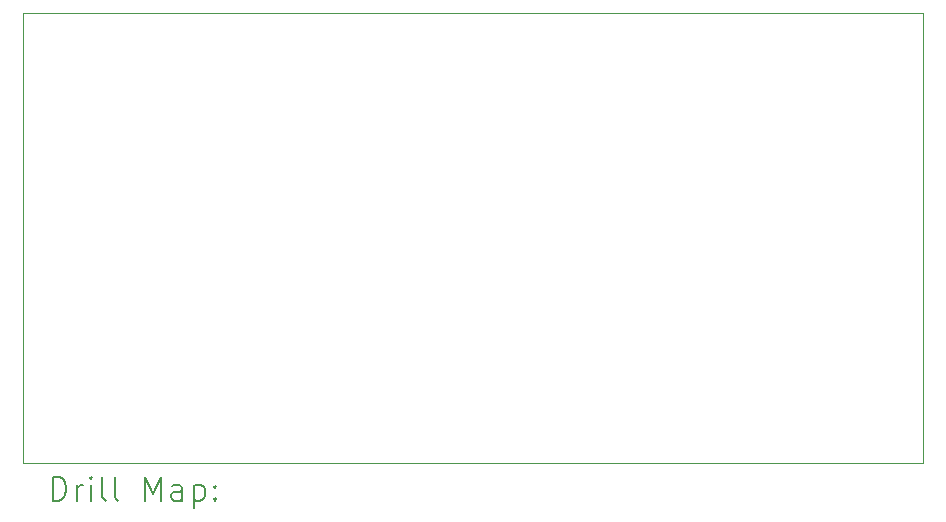
<source format=gbr>
%TF.GenerationSoftware,KiCad,Pcbnew,(6.0.7)*%
%TF.CreationDate,2023-06-27T12:53:49-07:00*%
%TF.ProjectId,Power Supply Board Ground Systems,506f7765-7220-4537-9570-706c7920426f,rev?*%
%TF.SameCoordinates,Original*%
%TF.FileFunction,Drillmap*%
%TF.FilePolarity,Positive*%
%FSLAX45Y45*%
G04 Gerber Fmt 4.5, Leading zero omitted, Abs format (unit mm)*
G04 Created by KiCad (PCBNEW (6.0.7)) date 2023-06-27 12:53:49*
%MOMM*%
%LPD*%
G01*
G04 APERTURE LIST*
%ADD10C,0.100000*%
%ADD11C,0.200000*%
G04 APERTURE END LIST*
D10*
X2540000Y-2540000D02*
X10160000Y-2540000D01*
X10160000Y-2540000D02*
X10160000Y-6350000D01*
X10160000Y-6350000D02*
X2540000Y-6350000D01*
X2540000Y-6350000D02*
X2540000Y-2540000D01*
D11*
X2792619Y-6665476D02*
X2792619Y-6465476D01*
X2840238Y-6465476D01*
X2868809Y-6475000D01*
X2887857Y-6494048D01*
X2897381Y-6513095D01*
X2906905Y-6551190D01*
X2906905Y-6579762D01*
X2897381Y-6617857D01*
X2887857Y-6636905D01*
X2868809Y-6655952D01*
X2840238Y-6665476D01*
X2792619Y-6665476D01*
X2992619Y-6665476D02*
X2992619Y-6532143D01*
X2992619Y-6570238D02*
X3002143Y-6551190D01*
X3011667Y-6541667D01*
X3030714Y-6532143D01*
X3049762Y-6532143D01*
X3116428Y-6665476D02*
X3116428Y-6532143D01*
X3116428Y-6465476D02*
X3106905Y-6475000D01*
X3116428Y-6484524D01*
X3125952Y-6475000D01*
X3116428Y-6465476D01*
X3116428Y-6484524D01*
X3240238Y-6665476D02*
X3221190Y-6655952D01*
X3211667Y-6636905D01*
X3211667Y-6465476D01*
X3345000Y-6665476D02*
X3325952Y-6655952D01*
X3316428Y-6636905D01*
X3316428Y-6465476D01*
X3573571Y-6665476D02*
X3573571Y-6465476D01*
X3640238Y-6608333D01*
X3706905Y-6465476D01*
X3706905Y-6665476D01*
X3887857Y-6665476D02*
X3887857Y-6560714D01*
X3878333Y-6541667D01*
X3859286Y-6532143D01*
X3821190Y-6532143D01*
X3802143Y-6541667D01*
X3887857Y-6655952D02*
X3868809Y-6665476D01*
X3821190Y-6665476D01*
X3802143Y-6655952D01*
X3792619Y-6636905D01*
X3792619Y-6617857D01*
X3802143Y-6598809D01*
X3821190Y-6589286D01*
X3868809Y-6589286D01*
X3887857Y-6579762D01*
X3983095Y-6532143D02*
X3983095Y-6732143D01*
X3983095Y-6541667D02*
X4002143Y-6532143D01*
X4040238Y-6532143D01*
X4059286Y-6541667D01*
X4068809Y-6551190D01*
X4078333Y-6570238D01*
X4078333Y-6627381D01*
X4068809Y-6646428D01*
X4059286Y-6655952D01*
X4040238Y-6665476D01*
X4002143Y-6665476D01*
X3983095Y-6655952D01*
X4164048Y-6646428D02*
X4173571Y-6655952D01*
X4164048Y-6665476D01*
X4154524Y-6655952D01*
X4164048Y-6646428D01*
X4164048Y-6665476D01*
X4164048Y-6541667D02*
X4173571Y-6551190D01*
X4164048Y-6560714D01*
X4154524Y-6551190D01*
X4164048Y-6541667D01*
X4164048Y-6560714D01*
M02*

</source>
